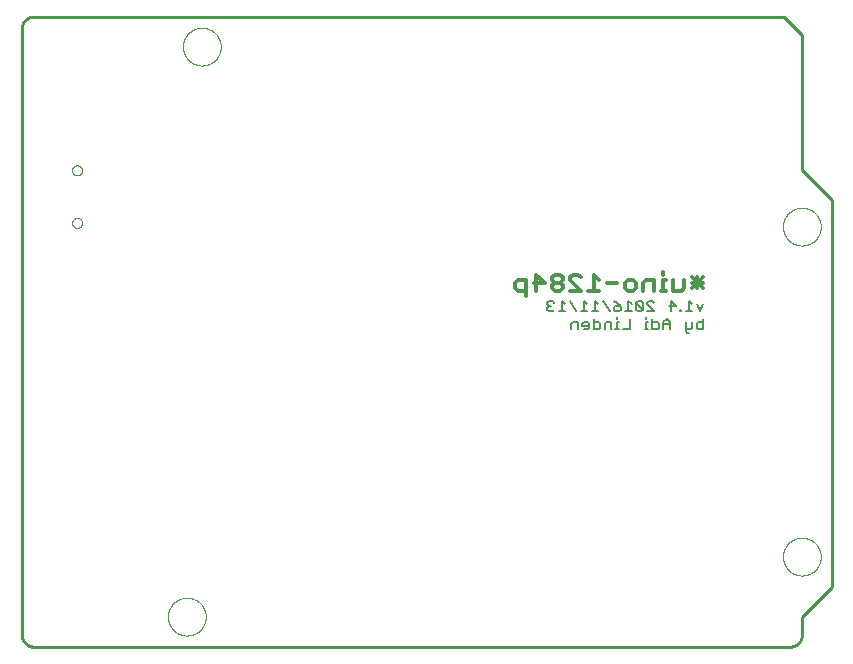
<source format=gbo>
G75*
%MOIN*%
%OFA0B0*%
%FSLAX25Y25*%
%IPPOS*%
%LPD*%
%AMOC8*
5,1,8,0,0,1.08239X$1,22.5*
%
%ADD10C,0.01000*%
%ADD11C,0.01200*%
%ADD12C,0.00600*%
%ADD13C,0.00000*%
D10*
X0024473Y0009437D02*
X0024473Y0211563D01*
X0024475Y0211687D01*
X0024481Y0211810D01*
X0024490Y0211934D01*
X0024504Y0212056D01*
X0024521Y0212179D01*
X0024543Y0212301D01*
X0024568Y0212422D01*
X0024597Y0212542D01*
X0024629Y0212661D01*
X0024666Y0212780D01*
X0024706Y0212897D01*
X0024749Y0213012D01*
X0024797Y0213127D01*
X0024848Y0213239D01*
X0024902Y0213350D01*
X0024960Y0213460D01*
X0025021Y0213567D01*
X0025086Y0213673D01*
X0025154Y0213776D01*
X0025225Y0213877D01*
X0025299Y0213976D01*
X0025376Y0214073D01*
X0025457Y0214167D01*
X0025540Y0214258D01*
X0025626Y0214347D01*
X0025715Y0214433D01*
X0025806Y0214516D01*
X0025900Y0214597D01*
X0025997Y0214674D01*
X0026096Y0214748D01*
X0026197Y0214819D01*
X0026300Y0214887D01*
X0026406Y0214952D01*
X0026513Y0215013D01*
X0026623Y0215071D01*
X0026734Y0215125D01*
X0026846Y0215176D01*
X0026961Y0215224D01*
X0027076Y0215267D01*
X0027193Y0215307D01*
X0027312Y0215344D01*
X0027431Y0215376D01*
X0027551Y0215405D01*
X0027672Y0215430D01*
X0027794Y0215452D01*
X0027917Y0215469D01*
X0028039Y0215483D01*
X0028163Y0215492D01*
X0028286Y0215498D01*
X0028410Y0215500D01*
X0278473Y0215500D01*
X0284473Y0209500D01*
X0284473Y0164500D01*
X0294473Y0154500D01*
X0294473Y0025500D01*
X0284473Y0015500D01*
X0284473Y0009437D01*
X0284471Y0009313D01*
X0284465Y0009190D01*
X0284456Y0009066D01*
X0284442Y0008944D01*
X0284425Y0008821D01*
X0284403Y0008699D01*
X0284378Y0008578D01*
X0284349Y0008458D01*
X0284317Y0008339D01*
X0284280Y0008220D01*
X0284240Y0008103D01*
X0284197Y0007988D01*
X0284149Y0007873D01*
X0284098Y0007761D01*
X0284044Y0007650D01*
X0283986Y0007540D01*
X0283925Y0007433D01*
X0283860Y0007327D01*
X0283792Y0007224D01*
X0283721Y0007123D01*
X0283647Y0007024D01*
X0283570Y0006927D01*
X0283489Y0006833D01*
X0283406Y0006742D01*
X0283320Y0006653D01*
X0283231Y0006567D01*
X0283140Y0006484D01*
X0283046Y0006403D01*
X0282949Y0006326D01*
X0282850Y0006252D01*
X0282749Y0006181D01*
X0282646Y0006113D01*
X0282540Y0006048D01*
X0282433Y0005987D01*
X0282323Y0005929D01*
X0282212Y0005875D01*
X0282100Y0005824D01*
X0281985Y0005776D01*
X0281870Y0005733D01*
X0281753Y0005693D01*
X0281634Y0005656D01*
X0281515Y0005624D01*
X0281395Y0005595D01*
X0281274Y0005570D01*
X0281152Y0005548D01*
X0281029Y0005531D01*
X0280907Y0005517D01*
X0280783Y0005508D01*
X0280660Y0005502D01*
X0280536Y0005500D01*
X0028410Y0005500D01*
X0028286Y0005502D01*
X0028163Y0005508D01*
X0028039Y0005517D01*
X0027917Y0005531D01*
X0027794Y0005548D01*
X0027672Y0005570D01*
X0027551Y0005595D01*
X0027431Y0005624D01*
X0027312Y0005656D01*
X0027193Y0005693D01*
X0027076Y0005733D01*
X0026961Y0005776D01*
X0026846Y0005824D01*
X0026734Y0005875D01*
X0026623Y0005929D01*
X0026513Y0005987D01*
X0026406Y0006048D01*
X0026300Y0006113D01*
X0026197Y0006181D01*
X0026096Y0006252D01*
X0025997Y0006326D01*
X0025900Y0006403D01*
X0025806Y0006484D01*
X0025715Y0006567D01*
X0025626Y0006653D01*
X0025540Y0006742D01*
X0025457Y0006833D01*
X0025376Y0006927D01*
X0025299Y0007024D01*
X0025225Y0007123D01*
X0025154Y0007224D01*
X0025086Y0007327D01*
X0025021Y0007433D01*
X0024960Y0007540D01*
X0024902Y0007650D01*
X0024848Y0007761D01*
X0024797Y0007873D01*
X0024749Y0007988D01*
X0024706Y0008103D01*
X0024666Y0008220D01*
X0024629Y0008339D01*
X0024597Y0008458D01*
X0024568Y0008578D01*
X0024543Y0008699D01*
X0024521Y0008821D01*
X0024504Y0008944D01*
X0024490Y0009066D01*
X0024481Y0009190D01*
X0024475Y0009313D01*
X0024473Y0009437D01*
D11*
X0189024Y0125001D02*
X0189925Y0124100D01*
X0192627Y0124100D01*
X0192627Y0122298D02*
X0192627Y0127703D01*
X0189925Y0127703D01*
X0189024Y0126802D01*
X0189024Y0125001D01*
X0195101Y0126802D02*
X0198704Y0126802D01*
X0196002Y0129505D01*
X0196002Y0124100D01*
X0201178Y0125001D02*
X0202079Y0124100D01*
X0203881Y0124100D01*
X0204782Y0125001D01*
X0204782Y0125902D01*
X0203881Y0126802D01*
X0202079Y0126802D01*
X0201178Y0125902D01*
X0201178Y0125001D01*
X0202079Y0126802D02*
X0201178Y0127703D01*
X0201178Y0128604D01*
X0202079Y0129505D01*
X0203881Y0129505D01*
X0204782Y0128604D01*
X0204782Y0127703D01*
X0203881Y0126802D01*
X0207256Y0127703D02*
X0207256Y0128604D01*
X0208156Y0129505D01*
X0209958Y0129505D01*
X0210859Y0128604D01*
X0207256Y0127703D02*
X0210859Y0124100D01*
X0207256Y0124100D01*
X0213333Y0124100D02*
X0216936Y0124100D01*
X0215134Y0124100D02*
X0215134Y0129505D01*
X0216936Y0127703D01*
X0219410Y0126802D02*
X0223013Y0126802D01*
X0225487Y0126802D02*
X0225487Y0125001D01*
X0226388Y0124100D01*
X0228190Y0124100D01*
X0229090Y0125001D01*
X0229090Y0126802D01*
X0228190Y0127703D01*
X0226388Y0127703D01*
X0225487Y0126802D01*
X0231564Y0126802D02*
X0231564Y0124100D01*
X0231564Y0126802D02*
X0232465Y0127703D01*
X0235167Y0127703D01*
X0235167Y0124100D01*
X0237417Y0124100D02*
X0239219Y0124100D01*
X0238318Y0124100D02*
X0238318Y0127703D01*
X0239219Y0127703D01*
X0238318Y0129505D02*
X0238318Y0130405D01*
X0241693Y0127703D02*
X0241693Y0124100D01*
X0244395Y0124100D01*
X0245296Y0125001D01*
X0245296Y0127703D01*
X0247770Y0126802D02*
X0251373Y0126802D01*
X0251373Y0125001D02*
X0247770Y0128604D01*
X0249572Y0128604D02*
X0249572Y0125001D01*
X0247770Y0125001D02*
X0251373Y0128604D01*
D12*
X0251673Y0119569D02*
X0250539Y0117300D01*
X0249405Y0119569D01*
X0247990Y0119569D02*
X0246856Y0120703D01*
X0246856Y0117300D01*
X0247990Y0117300D02*
X0245722Y0117300D01*
X0244307Y0117300D02*
X0243740Y0117300D01*
X0243740Y0117867D01*
X0244307Y0117867D01*
X0244307Y0117300D01*
X0242465Y0119001D02*
X0240764Y0120703D01*
X0240764Y0117300D01*
X0240197Y0119001D02*
X0242465Y0119001D01*
X0239490Y0114703D02*
X0238355Y0113569D01*
X0238355Y0111300D01*
X0236941Y0111867D02*
X0236941Y0113001D01*
X0236374Y0113569D01*
X0234672Y0113569D01*
X0234672Y0114703D02*
X0234672Y0111300D01*
X0236374Y0111300D01*
X0236941Y0111867D01*
X0238355Y0113001D02*
X0240624Y0113001D01*
X0240624Y0113569D02*
X0239490Y0114703D01*
X0240624Y0113569D02*
X0240624Y0111300D01*
X0245722Y0111300D02*
X0247423Y0111300D01*
X0247990Y0111867D01*
X0247990Y0113569D01*
X0249405Y0113001D02*
X0249405Y0111867D01*
X0249972Y0111300D01*
X0251673Y0111300D01*
X0251673Y0114703D01*
X0251673Y0113569D02*
X0249972Y0113569D01*
X0249405Y0113001D01*
X0245722Y0113569D02*
X0245722Y0110733D01*
X0246289Y0110166D01*
X0246856Y0110166D01*
X0235099Y0117300D02*
X0232831Y0119569D01*
X0232831Y0120136D01*
X0233398Y0120703D01*
X0234532Y0120703D01*
X0235099Y0120136D01*
X0235099Y0117300D02*
X0232831Y0117300D01*
X0231416Y0117867D02*
X0229147Y0120136D01*
X0229147Y0117867D01*
X0229715Y0117300D01*
X0230849Y0117300D01*
X0231416Y0117867D01*
X0231416Y0120136D01*
X0230849Y0120703D01*
X0229715Y0120703D01*
X0229147Y0120136D01*
X0227733Y0119569D02*
X0226599Y0120703D01*
X0226599Y0117300D01*
X0227733Y0117300D02*
X0225464Y0117300D01*
X0224050Y0117867D02*
X0223483Y0117300D01*
X0222348Y0117300D01*
X0221781Y0117867D01*
X0221781Y0118434D01*
X0222348Y0119001D01*
X0224050Y0119001D01*
X0224050Y0117867D01*
X0224050Y0119001D02*
X0222915Y0120136D01*
X0221781Y0120703D01*
X0218098Y0120703D02*
X0220367Y0117300D01*
X0222869Y0115270D02*
X0222869Y0114703D01*
X0222869Y0113569D02*
X0222869Y0111300D01*
X0223436Y0111300D02*
X0222302Y0111300D01*
X0220980Y0111300D02*
X0220980Y0113569D01*
X0219279Y0113569D01*
X0218712Y0113001D01*
X0218712Y0111300D01*
X0217297Y0111867D02*
X0217297Y0113001D01*
X0216730Y0113569D01*
X0215029Y0113569D01*
X0215029Y0114703D02*
X0215029Y0111300D01*
X0216730Y0111300D01*
X0217297Y0111867D01*
X0213614Y0111867D02*
X0213614Y0113001D01*
X0213047Y0113569D01*
X0211913Y0113569D01*
X0211346Y0113001D01*
X0211346Y0112434D01*
X0213614Y0112434D01*
X0213614Y0111867D02*
X0213047Y0111300D01*
X0211913Y0111300D01*
X0209931Y0111300D02*
X0209931Y0113569D01*
X0208230Y0113569D01*
X0207662Y0113001D01*
X0207662Y0111300D01*
X0209317Y0117300D02*
X0207049Y0120703D01*
X0205634Y0119569D02*
X0204500Y0120703D01*
X0204500Y0117300D01*
X0205634Y0117300D02*
X0203365Y0117300D01*
X0201951Y0117867D02*
X0201384Y0117300D01*
X0200249Y0117300D01*
X0199682Y0117867D01*
X0199682Y0118434D01*
X0200249Y0119001D01*
X0200817Y0119001D01*
X0200249Y0119001D02*
X0199682Y0119569D01*
X0199682Y0120136D01*
X0200249Y0120703D01*
X0201384Y0120703D01*
X0201951Y0120136D01*
X0210732Y0117300D02*
X0213000Y0117300D01*
X0211866Y0117300D02*
X0211866Y0120703D01*
X0213000Y0119569D01*
X0214415Y0117300D02*
X0216683Y0117300D01*
X0215549Y0117300D02*
X0215549Y0120703D01*
X0216683Y0119569D01*
X0222869Y0113569D02*
X0223436Y0113569D01*
X0224850Y0111300D02*
X0227119Y0111300D01*
X0227119Y0114703D01*
X0232690Y0114703D02*
X0232690Y0115270D01*
X0232690Y0113569D02*
X0232690Y0111300D01*
X0232123Y0111300D02*
X0233258Y0111300D01*
X0233258Y0113569D02*
X0232690Y0113569D01*
D13*
X0278174Y0145500D02*
X0278176Y0145658D01*
X0278182Y0145816D01*
X0278192Y0145974D01*
X0278206Y0146132D01*
X0278224Y0146289D01*
X0278245Y0146446D01*
X0278271Y0146602D01*
X0278301Y0146758D01*
X0278334Y0146913D01*
X0278372Y0147066D01*
X0278413Y0147219D01*
X0278458Y0147371D01*
X0278507Y0147522D01*
X0278560Y0147671D01*
X0278616Y0147819D01*
X0278676Y0147965D01*
X0278740Y0148110D01*
X0278808Y0148253D01*
X0278879Y0148395D01*
X0278953Y0148535D01*
X0279031Y0148672D01*
X0279113Y0148808D01*
X0279197Y0148942D01*
X0279286Y0149073D01*
X0279377Y0149202D01*
X0279472Y0149329D01*
X0279569Y0149454D01*
X0279670Y0149576D01*
X0279774Y0149695D01*
X0279881Y0149812D01*
X0279991Y0149926D01*
X0280104Y0150037D01*
X0280219Y0150146D01*
X0280337Y0150251D01*
X0280458Y0150353D01*
X0280581Y0150453D01*
X0280707Y0150549D01*
X0280835Y0150642D01*
X0280965Y0150732D01*
X0281098Y0150818D01*
X0281233Y0150902D01*
X0281369Y0150981D01*
X0281508Y0151058D01*
X0281649Y0151130D01*
X0281791Y0151200D01*
X0281935Y0151265D01*
X0282081Y0151327D01*
X0282228Y0151385D01*
X0282377Y0151440D01*
X0282527Y0151491D01*
X0282678Y0151538D01*
X0282830Y0151581D01*
X0282983Y0151620D01*
X0283138Y0151656D01*
X0283293Y0151687D01*
X0283449Y0151715D01*
X0283605Y0151739D01*
X0283762Y0151759D01*
X0283920Y0151775D01*
X0284077Y0151787D01*
X0284236Y0151795D01*
X0284394Y0151799D01*
X0284552Y0151799D01*
X0284710Y0151795D01*
X0284869Y0151787D01*
X0285026Y0151775D01*
X0285184Y0151759D01*
X0285341Y0151739D01*
X0285497Y0151715D01*
X0285653Y0151687D01*
X0285808Y0151656D01*
X0285963Y0151620D01*
X0286116Y0151581D01*
X0286268Y0151538D01*
X0286419Y0151491D01*
X0286569Y0151440D01*
X0286718Y0151385D01*
X0286865Y0151327D01*
X0287011Y0151265D01*
X0287155Y0151200D01*
X0287297Y0151130D01*
X0287438Y0151058D01*
X0287577Y0150981D01*
X0287713Y0150902D01*
X0287848Y0150818D01*
X0287981Y0150732D01*
X0288111Y0150642D01*
X0288239Y0150549D01*
X0288365Y0150453D01*
X0288488Y0150353D01*
X0288609Y0150251D01*
X0288727Y0150146D01*
X0288842Y0150037D01*
X0288955Y0149926D01*
X0289065Y0149812D01*
X0289172Y0149695D01*
X0289276Y0149576D01*
X0289377Y0149454D01*
X0289474Y0149329D01*
X0289569Y0149202D01*
X0289660Y0149073D01*
X0289749Y0148942D01*
X0289833Y0148808D01*
X0289915Y0148672D01*
X0289993Y0148535D01*
X0290067Y0148395D01*
X0290138Y0148253D01*
X0290206Y0148110D01*
X0290270Y0147965D01*
X0290330Y0147819D01*
X0290386Y0147671D01*
X0290439Y0147522D01*
X0290488Y0147371D01*
X0290533Y0147219D01*
X0290574Y0147066D01*
X0290612Y0146913D01*
X0290645Y0146758D01*
X0290675Y0146602D01*
X0290701Y0146446D01*
X0290722Y0146289D01*
X0290740Y0146132D01*
X0290754Y0145974D01*
X0290764Y0145816D01*
X0290770Y0145658D01*
X0290772Y0145500D01*
X0290770Y0145342D01*
X0290764Y0145184D01*
X0290754Y0145026D01*
X0290740Y0144868D01*
X0290722Y0144711D01*
X0290701Y0144554D01*
X0290675Y0144398D01*
X0290645Y0144242D01*
X0290612Y0144087D01*
X0290574Y0143934D01*
X0290533Y0143781D01*
X0290488Y0143629D01*
X0290439Y0143478D01*
X0290386Y0143329D01*
X0290330Y0143181D01*
X0290270Y0143035D01*
X0290206Y0142890D01*
X0290138Y0142747D01*
X0290067Y0142605D01*
X0289993Y0142465D01*
X0289915Y0142328D01*
X0289833Y0142192D01*
X0289749Y0142058D01*
X0289660Y0141927D01*
X0289569Y0141798D01*
X0289474Y0141671D01*
X0289377Y0141546D01*
X0289276Y0141424D01*
X0289172Y0141305D01*
X0289065Y0141188D01*
X0288955Y0141074D01*
X0288842Y0140963D01*
X0288727Y0140854D01*
X0288609Y0140749D01*
X0288488Y0140647D01*
X0288365Y0140547D01*
X0288239Y0140451D01*
X0288111Y0140358D01*
X0287981Y0140268D01*
X0287848Y0140182D01*
X0287713Y0140098D01*
X0287577Y0140019D01*
X0287438Y0139942D01*
X0287297Y0139870D01*
X0287155Y0139800D01*
X0287011Y0139735D01*
X0286865Y0139673D01*
X0286718Y0139615D01*
X0286569Y0139560D01*
X0286419Y0139509D01*
X0286268Y0139462D01*
X0286116Y0139419D01*
X0285963Y0139380D01*
X0285808Y0139344D01*
X0285653Y0139313D01*
X0285497Y0139285D01*
X0285341Y0139261D01*
X0285184Y0139241D01*
X0285026Y0139225D01*
X0284869Y0139213D01*
X0284710Y0139205D01*
X0284552Y0139201D01*
X0284394Y0139201D01*
X0284236Y0139205D01*
X0284077Y0139213D01*
X0283920Y0139225D01*
X0283762Y0139241D01*
X0283605Y0139261D01*
X0283449Y0139285D01*
X0283293Y0139313D01*
X0283138Y0139344D01*
X0282983Y0139380D01*
X0282830Y0139419D01*
X0282678Y0139462D01*
X0282527Y0139509D01*
X0282377Y0139560D01*
X0282228Y0139615D01*
X0282081Y0139673D01*
X0281935Y0139735D01*
X0281791Y0139800D01*
X0281649Y0139870D01*
X0281508Y0139942D01*
X0281369Y0140019D01*
X0281233Y0140098D01*
X0281098Y0140182D01*
X0280965Y0140268D01*
X0280835Y0140358D01*
X0280707Y0140451D01*
X0280581Y0140547D01*
X0280458Y0140647D01*
X0280337Y0140749D01*
X0280219Y0140854D01*
X0280104Y0140963D01*
X0279991Y0141074D01*
X0279881Y0141188D01*
X0279774Y0141305D01*
X0279670Y0141424D01*
X0279569Y0141546D01*
X0279472Y0141671D01*
X0279377Y0141798D01*
X0279286Y0141927D01*
X0279197Y0142058D01*
X0279113Y0142192D01*
X0279031Y0142328D01*
X0278953Y0142465D01*
X0278879Y0142605D01*
X0278808Y0142747D01*
X0278740Y0142890D01*
X0278676Y0143035D01*
X0278616Y0143181D01*
X0278560Y0143329D01*
X0278507Y0143478D01*
X0278458Y0143629D01*
X0278413Y0143781D01*
X0278372Y0143934D01*
X0278334Y0144087D01*
X0278301Y0144242D01*
X0278271Y0144398D01*
X0278245Y0144554D01*
X0278224Y0144711D01*
X0278206Y0144868D01*
X0278192Y0145026D01*
X0278182Y0145184D01*
X0278176Y0145342D01*
X0278174Y0145500D01*
X0278174Y0035500D02*
X0278176Y0035658D01*
X0278182Y0035816D01*
X0278192Y0035974D01*
X0278206Y0036132D01*
X0278224Y0036289D01*
X0278245Y0036446D01*
X0278271Y0036602D01*
X0278301Y0036758D01*
X0278334Y0036913D01*
X0278372Y0037066D01*
X0278413Y0037219D01*
X0278458Y0037371D01*
X0278507Y0037522D01*
X0278560Y0037671D01*
X0278616Y0037819D01*
X0278676Y0037965D01*
X0278740Y0038110D01*
X0278808Y0038253D01*
X0278879Y0038395D01*
X0278953Y0038535D01*
X0279031Y0038672D01*
X0279113Y0038808D01*
X0279197Y0038942D01*
X0279286Y0039073D01*
X0279377Y0039202D01*
X0279472Y0039329D01*
X0279569Y0039454D01*
X0279670Y0039576D01*
X0279774Y0039695D01*
X0279881Y0039812D01*
X0279991Y0039926D01*
X0280104Y0040037D01*
X0280219Y0040146D01*
X0280337Y0040251D01*
X0280458Y0040353D01*
X0280581Y0040453D01*
X0280707Y0040549D01*
X0280835Y0040642D01*
X0280965Y0040732D01*
X0281098Y0040818D01*
X0281233Y0040902D01*
X0281369Y0040981D01*
X0281508Y0041058D01*
X0281649Y0041130D01*
X0281791Y0041200D01*
X0281935Y0041265D01*
X0282081Y0041327D01*
X0282228Y0041385D01*
X0282377Y0041440D01*
X0282527Y0041491D01*
X0282678Y0041538D01*
X0282830Y0041581D01*
X0282983Y0041620D01*
X0283138Y0041656D01*
X0283293Y0041687D01*
X0283449Y0041715D01*
X0283605Y0041739D01*
X0283762Y0041759D01*
X0283920Y0041775D01*
X0284077Y0041787D01*
X0284236Y0041795D01*
X0284394Y0041799D01*
X0284552Y0041799D01*
X0284710Y0041795D01*
X0284869Y0041787D01*
X0285026Y0041775D01*
X0285184Y0041759D01*
X0285341Y0041739D01*
X0285497Y0041715D01*
X0285653Y0041687D01*
X0285808Y0041656D01*
X0285963Y0041620D01*
X0286116Y0041581D01*
X0286268Y0041538D01*
X0286419Y0041491D01*
X0286569Y0041440D01*
X0286718Y0041385D01*
X0286865Y0041327D01*
X0287011Y0041265D01*
X0287155Y0041200D01*
X0287297Y0041130D01*
X0287438Y0041058D01*
X0287577Y0040981D01*
X0287713Y0040902D01*
X0287848Y0040818D01*
X0287981Y0040732D01*
X0288111Y0040642D01*
X0288239Y0040549D01*
X0288365Y0040453D01*
X0288488Y0040353D01*
X0288609Y0040251D01*
X0288727Y0040146D01*
X0288842Y0040037D01*
X0288955Y0039926D01*
X0289065Y0039812D01*
X0289172Y0039695D01*
X0289276Y0039576D01*
X0289377Y0039454D01*
X0289474Y0039329D01*
X0289569Y0039202D01*
X0289660Y0039073D01*
X0289749Y0038942D01*
X0289833Y0038808D01*
X0289915Y0038672D01*
X0289993Y0038535D01*
X0290067Y0038395D01*
X0290138Y0038253D01*
X0290206Y0038110D01*
X0290270Y0037965D01*
X0290330Y0037819D01*
X0290386Y0037671D01*
X0290439Y0037522D01*
X0290488Y0037371D01*
X0290533Y0037219D01*
X0290574Y0037066D01*
X0290612Y0036913D01*
X0290645Y0036758D01*
X0290675Y0036602D01*
X0290701Y0036446D01*
X0290722Y0036289D01*
X0290740Y0036132D01*
X0290754Y0035974D01*
X0290764Y0035816D01*
X0290770Y0035658D01*
X0290772Y0035500D01*
X0290770Y0035342D01*
X0290764Y0035184D01*
X0290754Y0035026D01*
X0290740Y0034868D01*
X0290722Y0034711D01*
X0290701Y0034554D01*
X0290675Y0034398D01*
X0290645Y0034242D01*
X0290612Y0034087D01*
X0290574Y0033934D01*
X0290533Y0033781D01*
X0290488Y0033629D01*
X0290439Y0033478D01*
X0290386Y0033329D01*
X0290330Y0033181D01*
X0290270Y0033035D01*
X0290206Y0032890D01*
X0290138Y0032747D01*
X0290067Y0032605D01*
X0289993Y0032465D01*
X0289915Y0032328D01*
X0289833Y0032192D01*
X0289749Y0032058D01*
X0289660Y0031927D01*
X0289569Y0031798D01*
X0289474Y0031671D01*
X0289377Y0031546D01*
X0289276Y0031424D01*
X0289172Y0031305D01*
X0289065Y0031188D01*
X0288955Y0031074D01*
X0288842Y0030963D01*
X0288727Y0030854D01*
X0288609Y0030749D01*
X0288488Y0030647D01*
X0288365Y0030547D01*
X0288239Y0030451D01*
X0288111Y0030358D01*
X0287981Y0030268D01*
X0287848Y0030182D01*
X0287713Y0030098D01*
X0287577Y0030019D01*
X0287438Y0029942D01*
X0287297Y0029870D01*
X0287155Y0029800D01*
X0287011Y0029735D01*
X0286865Y0029673D01*
X0286718Y0029615D01*
X0286569Y0029560D01*
X0286419Y0029509D01*
X0286268Y0029462D01*
X0286116Y0029419D01*
X0285963Y0029380D01*
X0285808Y0029344D01*
X0285653Y0029313D01*
X0285497Y0029285D01*
X0285341Y0029261D01*
X0285184Y0029241D01*
X0285026Y0029225D01*
X0284869Y0029213D01*
X0284710Y0029205D01*
X0284552Y0029201D01*
X0284394Y0029201D01*
X0284236Y0029205D01*
X0284077Y0029213D01*
X0283920Y0029225D01*
X0283762Y0029241D01*
X0283605Y0029261D01*
X0283449Y0029285D01*
X0283293Y0029313D01*
X0283138Y0029344D01*
X0282983Y0029380D01*
X0282830Y0029419D01*
X0282678Y0029462D01*
X0282527Y0029509D01*
X0282377Y0029560D01*
X0282228Y0029615D01*
X0282081Y0029673D01*
X0281935Y0029735D01*
X0281791Y0029800D01*
X0281649Y0029870D01*
X0281508Y0029942D01*
X0281369Y0030019D01*
X0281233Y0030098D01*
X0281098Y0030182D01*
X0280965Y0030268D01*
X0280835Y0030358D01*
X0280707Y0030451D01*
X0280581Y0030547D01*
X0280458Y0030647D01*
X0280337Y0030749D01*
X0280219Y0030854D01*
X0280104Y0030963D01*
X0279991Y0031074D01*
X0279881Y0031188D01*
X0279774Y0031305D01*
X0279670Y0031424D01*
X0279569Y0031546D01*
X0279472Y0031671D01*
X0279377Y0031798D01*
X0279286Y0031927D01*
X0279197Y0032058D01*
X0279113Y0032192D01*
X0279031Y0032328D01*
X0278953Y0032465D01*
X0278879Y0032605D01*
X0278808Y0032747D01*
X0278740Y0032890D01*
X0278676Y0033035D01*
X0278616Y0033181D01*
X0278560Y0033329D01*
X0278507Y0033478D01*
X0278458Y0033629D01*
X0278413Y0033781D01*
X0278372Y0033934D01*
X0278334Y0034087D01*
X0278301Y0034242D01*
X0278271Y0034398D01*
X0278245Y0034554D01*
X0278224Y0034711D01*
X0278206Y0034868D01*
X0278192Y0035026D01*
X0278182Y0035184D01*
X0278176Y0035342D01*
X0278174Y0035500D01*
X0073174Y0015500D02*
X0073176Y0015658D01*
X0073182Y0015816D01*
X0073192Y0015974D01*
X0073206Y0016132D01*
X0073224Y0016289D01*
X0073245Y0016446D01*
X0073271Y0016602D01*
X0073301Y0016758D01*
X0073334Y0016913D01*
X0073372Y0017066D01*
X0073413Y0017219D01*
X0073458Y0017371D01*
X0073507Y0017522D01*
X0073560Y0017671D01*
X0073616Y0017819D01*
X0073676Y0017965D01*
X0073740Y0018110D01*
X0073808Y0018253D01*
X0073879Y0018395D01*
X0073953Y0018535D01*
X0074031Y0018672D01*
X0074113Y0018808D01*
X0074197Y0018942D01*
X0074286Y0019073D01*
X0074377Y0019202D01*
X0074472Y0019329D01*
X0074569Y0019454D01*
X0074670Y0019576D01*
X0074774Y0019695D01*
X0074881Y0019812D01*
X0074991Y0019926D01*
X0075104Y0020037D01*
X0075219Y0020146D01*
X0075337Y0020251D01*
X0075458Y0020353D01*
X0075581Y0020453D01*
X0075707Y0020549D01*
X0075835Y0020642D01*
X0075965Y0020732D01*
X0076098Y0020818D01*
X0076233Y0020902D01*
X0076369Y0020981D01*
X0076508Y0021058D01*
X0076649Y0021130D01*
X0076791Y0021200D01*
X0076935Y0021265D01*
X0077081Y0021327D01*
X0077228Y0021385D01*
X0077377Y0021440D01*
X0077527Y0021491D01*
X0077678Y0021538D01*
X0077830Y0021581D01*
X0077983Y0021620D01*
X0078138Y0021656D01*
X0078293Y0021687D01*
X0078449Y0021715D01*
X0078605Y0021739D01*
X0078762Y0021759D01*
X0078920Y0021775D01*
X0079077Y0021787D01*
X0079236Y0021795D01*
X0079394Y0021799D01*
X0079552Y0021799D01*
X0079710Y0021795D01*
X0079869Y0021787D01*
X0080026Y0021775D01*
X0080184Y0021759D01*
X0080341Y0021739D01*
X0080497Y0021715D01*
X0080653Y0021687D01*
X0080808Y0021656D01*
X0080963Y0021620D01*
X0081116Y0021581D01*
X0081268Y0021538D01*
X0081419Y0021491D01*
X0081569Y0021440D01*
X0081718Y0021385D01*
X0081865Y0021327D01*
X0082011Y0021265D01*
X0082155Y0021200D01*
X0082297Y0021130D01*
X0082438Y0021058D01*
X0082577Y0020981D01*
X0082713Y0020902D01*
X0082848Y0020818D01*
X0082981Y0020732D01*
X0083111Y0020642D01*
X0083239Y0020549D01*
X0083365Y0020453D01*
X0083488Y0020353D01*
X0083609Y0020251D01*
X0083727Y0020146D01*
X0083842Y0020037D01*
X0083955Y0019926D01*
X0084065Y0019812D01*
X0084172Y0019695D01*
X0084276Y0019576D01*
X0084377Y0019454D01*
X0084474Y0019329D01*
X0084569Y0019202D01*
X0084660Y0019073D01*
X0084749Y0018942D01*
X0084833Y0018808D01*
X0084915Y0018672D01*
X0084993Y0018535D01*
X0085067Y0018395D01*
X0085138Y0018253D01*
X0085206Y0018110D01*
X0085270Y0017965D01*
X0085330Y0017819D01*
X0085386Y0017671D01*
X0085439Y0017522D01*
X0085488Y0017371D01*
X0085533Y0017219D01*
X0085574Y0017066D01*
X0085612Y0016913D01*
X0085645Y0016758D01*
X0085675Y0016602D01*
X0085701Y0016446D01*
X0085722Y0016289D01*
X0085740Y0016132D01*
X0085754Y0015974D01*
X0085764Y0015816D01*
X0085770Y0015658D01*
X0085772Y0015500D01*
X0085770Y0015342D01*
X0085764Y0015184D01*
X0085754Y0015026D01*
X0085740Y0014868D01*
X0085722Y0014711D01*
X0085701Y0014554D01*
X0085675Y0014398D01*
X0085645Y0014242D01*
X0085612Y0014087D01*
X0085574Y0013934D01*
X0085533Y0013781D01*
X0085488Y0013629D01*
X0085439Y0013478D01*
X0085386Y0013329D01*
X0085330Y0013181D01*
X0085270Y0013035D01*
X0085206Y0012890D01*
X0085138Y0012747D01*
X0085067Y0012605D01*
X0084993Y0012465D01*
X0084915Y0012328D01*
X0084833Y0012192D01*
X0084749Y0012058D01*
X0084660Y0011927D01*
X0084569Y0011798D01*
X0084474Y0011671D01*
X0084377Y0011546D01*
X0084276Y0011424D01*
X0084172Y0011305D01*
X0084065Y0011188D01*
X0083955Y0011074D01*
X0083842Y0010963D01*
X0083727Y0010854D01*
X0083609Y0010749D01*
X0083488Y0010647D01*
X0083365Y0010547D01*
X0083239Y0010451D01*
X0083111Y0010358D01*
X0082981Y0010268D01*
X0082848Y0010182D01*
X0082713Y0010098D01*
X0082577Y0010019D01*
X0082438Y0009942D01*
X0082297Y0009870D01*
X0082155Y0009800D01*
X0082011Y0009735D01*
X0081865Y0009673D01*
X0081718Y0009615D01*
X0081569Y0009560D01*
X0081419Y0009509D01*
X0081268Y0009462D01*
X0081116Y0009419D01*
X0080963Y0009380D01*
X0080808Y0009344D01*
X0080653Y0009313D01*
X0080497Y0009285D01*
X0080341Y0009261D01*
X0080184Y0009241D01*
X0080026Y0009225D01*
X0079869Y0009213D01*
X0079710Y0009205D01*
X0079552Y0009201D01*
X0079394Y0009201D01*
X0079236Y0009205D01*
X0079077Y0009213D01*
X0078920Y0009225D01*
X0078762Y0009241D01*
X0078605Y0009261D01*
X0078449Y0009285D01*
X0078293Y0009313D01*
X0078138Y0009344D01*
X0077983Y0009380D01*
X0077830Y0009419D01*
X0077678Y0009462D01*
X0077527Y0009509D01*
X0077377Y0009560D01*
X0077228Y0009615D01*
X0077081Y0009673D01*
X0076935Y0009735D01*
X0076791Y0009800D01*
X0076649Y0009870D01*
X0076508Y0009942D01*
X0076369Y0010019D01*
X0076233Y0010098D01*
X0076098Y0010182D01*
X0075965Y0010268D01*
X0075835Y0010358D01*
X0075707Y0010451D01*
X0075581Y0010547D01*
X0075458Y0010647D01*
X0075337Y0010749D01*
X0075219Y0010854D01*
X0075104Y0010963D01*
X0074991Y0011074D01*
X0074881Y0011188D01*
X0074774Y0011305D01*
X0074670Y0011424D01*
X0074569Y0011546D01*
X0074472Y0011671D01*
X0074377Y0011798D01*
X0074286Y0011927D01*
X0074197Y0012058D01*
X0074113Y0012192D01*
X0074031Y0012328D01*
X0073953Y0012465D01*
X0073879Y0012605D01*
X0073808Y0012747D01*
X0073740Y0012890D01*
X0073676Y0013035D01*
X0073616Y0013181D01*
X0073560Y0013329D01*
X0073507Y0013478D01*
X0073458Y0013629D01*
X0073413Y0013781D01*
X0073372Y0013934D01*
X0073334Y0014087D01*
X0073301Y0014242D01*
X0073271Y0014398D01*
X0073245Y0014554D01*
X0073224Y0014711D01*
X0073206Y0014868D01*
X0073192Y0015026D01*
X0073182Y0015184D01*
X0073176Y0015342D01*
X0073174Y0015500D01*
X0041218Y0146740D02*
X0041220Y0146821D01*
X0041226Y0146903D01*
X0041236Y0146984D01*
X0041250Y0147064D01*
X0041267Y0147143D01*
X0041289Y0147222D01*
X0041314Y0147299D01*
X0041343Y0147376D01*
X0041376Y0147450D01*
X0041413Y0147523D01*
X0041452Y0147594D01*
X0041496Y0147663D01*
X0041542Y0147730D01*
X0041592Y0147794D01*
X0041645Y0147856D01*
X0041701Y0147916D01*
X0041759Y0147972D01*
X0041821Y0148026D01*
X0041885Y0148077D01*
X0041951Y0148124D01*
X0042019Y0148168D01*
X0042090Y0148209D01*
X0042162Y0148246D01*
X0042237Y0148280D01*
X0042312Y0148310D01*
X0042390Y0148336D01*
X0042468Y0148359D01*
X0042547Y0148377D01*
X0042627Y0148392D01*
X0042708Y0148403D01*
X0042789Y0148410D01*
X0042871Y0148413D01*
X0042952Y0148412D01*
X0043033Y0148407D01*
X0043114Y0148398D01*
X0043195Y0148385D01*
X0043275Y0148368D01*
X0043353Y0148348D01*
X0043431Y0148323D01*
X0043508Y0148295D01*
X0043583Y0148263D01*
X0043656Y0148228D01*
X0043727Y0148189D01*
X0043797Y0148146D01*
X0043864Y0148101D01*
X0043930Y0148052D01*
X0043992Y0148000D01*
X0044052Y0147944D01*
X0044109Y0147886D01*
X0044164Y0147826D01*
X0044215Y0147762D01*
X0044263Y0147697D01*
X0044308Y0147629D01*
X0044350Y0147559D01*
X0044388Y0147487D01*
X0044423Y0147413D01*
X0044454Y0147338D01*
X0044481Y0147261D01*
X0044504Y0147183D01*
X0044524Y0147104D01*
X0044540Y0147024D01*
X0044552Y0146943D01*
X0044560Y0146862D01*
X0044564Y0146781D01*
X0044564Y0146699D01*
X0044560Y0146618D01*
X0044552Y0146537D01*
X0044540Y0146456D01*
X0044524Y0146376D01*
X0044504Y0146297D01*
X0044481Y0146219D01*
X0044454Y0146142D01*
X0044423Y0146067D01*
X0044388Y0145993D01*
X0044350Y0145921D01*
X0044308Y0145851D01*
X0044263Y0145783D01*
X0044215Y0145718D01*
X0044164Y0145654D01*
X0044109Y0145594D01*
X0044052Y0145536D01*
X0043992Y0145480D01*
X0043930Y0145428D01*
X0043864Y0145379D01*
X0043797Y0145334D01*
X0043728Y0145291D01*
X0043656Y0145252D01*
X0043583Y0145217D01*
X0043508Y0145185D01*
X0043431Y0145157D01*
X0043353Y0145132D01*
X0043275Y0145112D01*
X0043195Y0145095D01*
X0043114Y0145082D01*
X0043033Y0145073D01*
X0042952Y0145068D01*
X0042871Y0145067D01*
X0042789Y0145070D01*
X0042708Y0145077D01*
X0042627Y0145088D01*
X0042547Y0145103D01*
X0042468Y0145121D01*
X0042390Y0145144D01*
X0042312Y0145170D01*
X0042237Y0145200D01*
X0042162Y0145234D01*
X0042090Y0145271D01*
X0042019Y0145312D01*
X0041951Y0145356D01*
X0041885Y0145403D01*
X0041821Y0145454D01*
X0041759Y0145508D01*
X0041701Y0145564D01*
X0041645Y0145624D01*
X0041592Y0145686D01*
X0041542Y0145750D01*
X0041496Y0145817D01*
X0041452Y0145886D01*
X0041413Y0145957D01*
X0041376Y0146030D01*
X0041343Y0146104D01*
X0041314Y0146181D01*
X0041289Y0146258D01*
X0041267Y0146337D01*
X0041250Y0146416D01*
X0041236Y0146496D01*
X0041226Y0146577D01*
X0041220Y0146659D01*
X0041218Y0146740D01*
X0041218Y0164260D02*
X0041220Y0164341D01*
X0041226Y0164423D01*
X0041236Y0164504D01*
X0041250Y0164584D01*
X0041267Y0164663D01*
X0041289Y0164742D01*
X0041314Y0164819D01*
X0041343Y0164896D01*
X0041376Y0164970D01*
X0041413Y0165043D01*
X0041452Y0165114D01*
X0041496Y0165183D01*
X0041542Y0165250D01*
X0041592Y0165314D01*
X0041645Y0165376D01*
X0041701Y0165436D01*
X0041759Y0165492D01*
X0041821Y0165546D01*
X0041885Y0165597D01*
X0041951Y0165644D01*
X0042019Y0165688D01*
X0042090Y0165729D01*
X0042162Y0165766D01*
X0042237Y0165800D01*
X0042312Y0165830D01*
X0042390Y0165856D01*
X0042468Y0165879D01*
X0042547Y0165897D01*
X0042627Y0165912D01*
X0042708Y0165923D01*
X0042789Y0165930D01*
X0042871Y0165933D01*
X0042952Y0165932D01*
X0043033Y0165927D01*
X0043114Y0165918D01*
X0043195Y0165905D01*
X0043275Y0165888D01*
X0043353Y0165868D01*
X0043431Y0165843D01*
X0043508Y0165815D01*
X0043583Y0165783D01*
X0043656Y0165748D01*
X0043727Y0165709D01*
X0043797Y0165666D01*
X0043864Y0165621D01*
X0043930Y0165572D01*
X0043992Y0165520D01*
X0044052Y0165464D01*
X0044109Y0165406D01*
X0044164Y0165346D01*
X0044215Y0165282D01*
X0044263Y0165217D01*
X0044308Y0165149D01*
X0044350Y0165079D01*
X0044388Y0165007D01*
X0044423Y0164933D01*
X0044454Y0164858D01*
X0044481Y0164781D01*
X0044504Y0164703D01*
X0044524Y0164624D01*
X0044540Y0164544D01*
X0044552Y0164463D01*
X0044560Y0164382D01*
X0044564Y0164301D01*
X0044564Y0164219D01*
X0044560Y0164138D01*
X0044552Y0164057D01*
X0044540Y0163976D01*
X0044524Y0163896D01*
X0044504Y0163817D01*
X0044481Y0163739D01*
X0044454Y0163662D01*
X0044423Y0163587D01*
X0044388Y0163513D01*
X0044350Y0163441D01*
X0044308Y0163371D01*
X0044263Y0163303D01*
X0044215Y0163238D01*
X0044164Y0163174D01*
X0044109Y0163114D01*
X0044052Y0163056D01*
X0043992Y0163000D01*
X0043930Y0162948D01*
X0043864Y0162899D01*
X0043797Y0162854D01*
X0043728Y0162811D01*
X0043656Y0162772D01*
X0043583Y0162737D01*
X0043508Y0162705D01*
X0043431Y0162677D01*
X0043353Y0162652D01*
X0043275Y0162632D01*
X0043195Y0162615D01*
X0043114Y0162602D01*
X0043033Y0162593D01*
X0042952Y0162588D01*
X0042871Y0162587D01*
X0042789Y0162590D01*
X0042708Y0162597D01*
X0042627Y0162608D01*
X0042547Y0162623D01*
X0042468Y0162641D01*
X0042390Y0162664D01*
X0042312Y0162690D01*
X0042237Y0162720D01*
X0042162Y0162754D01*
X0042090Y0162791D01*
X0042019Y0162832D01*
X0041951Y0162876D01*
X0041885Y0162923D01*
X0041821Y0162974D01*
X0041759Y0163028D01*
X0041701Y0163084D01*
X0041645Y0163144D01*
X0041592Y0163206D01*
X0041542Y0163270D01*
X0041496Y0163337D01*
X0041452Y0163406D01*
X0041413Y0163477D01*
X0041376Y0163550D01*
X0041343Y0163624D01*
X0041314Y0163701D01*
X0041289Y0163778D01*
X0041267Y0163857D01*
X0041250Y0163936D01*
X0041236Y0164016D01*
X0041226Y0164097D01*
X0041220Y0164179D01*
X0041218Y0164260D01*
X0078174Y0205500D02*
X0078176Y0205658D01*
X0078182Y0205816D01*
X0078192Y0205974D01*
X0078206Y0206132D01*
X0078224Y0206289D01*
X0078245Y0206446D01*
X0078271Y0206602D01*
X0078301Y0206758D01*
X0078334Y0206913D01*
X0078372Y0207066D01*
X0078413Y0207219D01*
X0078458Y0207371D01*
X0078507Y0207522D01*
X0078560Y0207671D01*
X0078616Y0207819D01*
X0078676Y0207965D01*
X0078740Y0208110D01*
X0078808Y0208253D01*
X0078879Y0208395D01*
X0078953Y0208535D01*
X0079031Y0208672D01*
X0079113Y0208808D01*
X0079197Y0208942D01*
X0079286Y0209073D01*
X0079377Y0209202D01*
X0079472Y0209329D01*
X0079569Y0209454D01*
X0079670Y0209576D01*
X0079774Y0209695D01*
X0079881Y0209812D01*
X0079991Y0209926D01*
X0080104Y0210037D01*
X0080219Y0210146D01*
X0080337Y0210251D01*
X0080458Y0210353D01*
X0080581Y0210453D01*
X0080707Y0210549D01*
X0080835Y0210642D01*
X0080965Y0210732D01*
X0081098Y0210818D01*
X0081233Y0210902D01*
X0081369Y0210981D01*
X0081508Y0211058D01*
X0081649Y0211130D01*
X0081791Y0211200D01*
X0081935Y0211265D01*
X0082081Y0211327D01*
X0082228Y0211385D01*
X0082377Y0211440D01*
X0082527Y0211491D01*
X0082678Y0211538D01*
X0082830Y0211581D01*
X0082983Y0211620D01*
X0083138Y0211656D01*
X0083293Y0211687D01*
X0083449Y0211715D01*
X0083605Y0211739D01*
X0083762Y0211759D01*
X0083920Y0211775D01*
X0084077Y0211787D01*
X0084236Y0211795D01*
X0084394Y0211799D01*
X0084552Y0211799D01*
X0084710Y0211795D01*
X0084869Y0211787D01*
X0085026Y0211775D01*
X0085184Y0211759D01*
X0085341Y0211739D01*
X0085497Y0211715D01*
X0085653Y0211687D01*
X0085808Y0211656D01*
X0085963Y0211620D01*
X0086116Y0211581D01*
X0086268Y0211538D01*
X0086419Y0211491D01*
X0086569Y0211440D01*
X0086718Y0211385D01*
X0086865Y0211327D01*
X0087011Y0211265D01*
X0087155Y0211200D01*
X0087297Y0211130D01*
X0087438Y0211058D01*
X0087577Y0210981D01*
X0087713Y0210902D01*
X0087848Y0210818D01*
X0087981Y0210732D01*
X0088111Y0210642D01*
X0088239Y0210549D01*
X0088365Y0210453D01*
X0088488Y0210353D01*
X0088609Y0210251D01*
X0088727Y0210146D01*
X0088842Y0210037D01*
X0088955Y0209926D01*
X0089065Y0209812D01*
X0089172Y0209695D01*
X0089276Y0209576D01*
X0089377Y0209454D01*
X0089474Y0209329D01*
X0089569Y0209202D01*
X0089660Y0209073D01*
X0089749Y0208942D01*
X0089833Y0208808D01*
X0089915Y0208672D01*
X0089993Y0208535D01*
X0090067Y0208395D01*
X0090138Y0208253D01*
X0090206Y0208110D01*
X0090270Y0207965D01*
X0090330Y0207819D01*
X0090386Y0207671D01*
X0090439Y0207522D01*
X0090488Y0207371D01*
X0090533Y0207219D01*
X0090574Y0207066D01*
X0090612Y0206913D01*
X0090645Y0206758D01*
X0090675Y0206602D01*
X0090701Y0206446D01*
X0090722Y0206289D01*
X0090740Y0206132D01*
X0090754Y0205974D01*
X0090764Y0205816D01*
X0090770Y0205658D01*
X0090772Y0205500D01*
X0090770Y0205342D01*
X0090764Y0205184D01*
X0090754Y0205026D01*
X0090740Y0204868D01*
X0090722Y0204711D01*
X0090701Y0204554D01*
X0090675Y0204398D01*
X0090645Y0204242D01*
X0090612Y0204087D01*
X0090574Y0203934D01*
X0090533Y0203781D01*
X0090488Y0203629D01*
X0090439Y0203478D01*
X0090386Y0203329D01*
X0090330Y0203181D01*
X0090270Y0203035D01*
X0090206Y0202890D01*
X0090138Y0202747D01*
X0090067Y0202605D01*
X0089993Y0202465D01*
X0089915Y0202328D01*
X0089833Y0202192D01*
X0089749Y0202058D01*
X0089660Y0201927D01*
X0089569Y0201798D01*
X0089474Y0201671D01*
X0089377Y0201546D01*
X0089276Y0201424D01*
X0089172Y0201305D01*
X0089065Y0201188D01*
X0088955Y0201074D01*
X0088842Y0200963D01*
X0088727Y0200854D01*
X0088609Y0200749D01*
X0088488Y0200647D01*
X0088365Y0200547D01*
X0088239Y0200451D01*
X0088111Y0200358D01*
X0087981Y0200268D01*
X0087848Y0200182D01*
X0087713Y0200098D01*
X0087577Y0200019D01*
X0087438Y0199942D01*
X0087297Y0199870D01*
X0087155Y0199800D01*
X0087011Y0199735D01*
X0086865Y0199673D01*
X0086718Y0199615D01*
X0086569Y0199560D01*
X0086419Y0199509D01*
X0086268Y0199462D01*
X0086116Y0199419D01*
X0085963Y0199380D01*
X0085808Y0199344D01*
X0085653Y0199313D01*
X0085497Y0199285D01*
X0085341Y0199261D01*
X0085184Y0199241D01*
X0085026Y0199225D01*
X0084869Y0199213D01*
X0084710Y0199205D01*
X0084552Y0199201D01*
X0084394Y0199201D01*
X0084236Y0199205D01*
X0084077Y0199213D01*
X0083920Y0199225D01*
X0083762Y0199241D01*
X0083605Y0199261D01*
X0083449Y0199285D01*
X0083293Y0199313D01*
X0083138Y0199344D01*
X0082983Y0199380D01*
X0082830Y0199419D01*
X0082678Y0199462D01*
X0082527Y0199509D01*
X0082377Y0199560D01*
X0082228Y0199615D01*
X0082081Y0199673D01*
X0081935Y0199735D01*
X0081791Y0199800D01*
X0081649Y0199870D01*
X0081508Y0199942D01*
X0081369Y0200019D01*
X0081233Y0200098D01*
X0081098Y0200182D01*
X0080965Y0200268D01*
X0080835Y0200358D01*
X0080707Y0200451D01*
X0080581Y0200547D01*
X0080458Y0200647D01*
X0080337Y0200749D01*
X0080219Y0200854D01*
X0080104Y0200963D01*
X0079991Y0201074D01*
X0079881Y0201188D01*
X0079774Y0201305D01*
X0079670Y0201424D01*
X0079569Y0201546D01*
X0079472Y0201671D01*
X0079377Y0201798D01*
X0079286Y0201927D01*
X0079197Y0202058D01*
X0079113Y0202192D01*
X0079031Y0202328D01*
X0078953Y0202465D01*
X0078879Y0202605D01*
X0078808Y0202747D01*
X0078740Y0202890D01*
X0078676Y0203035D01*
X0078616Y0203181D01*
X0078560Y0203329D01*
X0078507Y0203478D01*
X0078458Y0203629D01*
X0078413Y0203781D01*
X0078372Y0203934D01*
X0078334Y0204087D01*
X0078301Y0204242D01*
X0078271Y0204398D01*
X0078245Y0204554D01*
X0078224Y0204711D01*
X0078206Y0204868D01*
X0078192Y0205026D01*
X0078182Y0205184D01*
X0078176Y0205342D01*
X0078174Y0205500D01*
M02*

</source>
